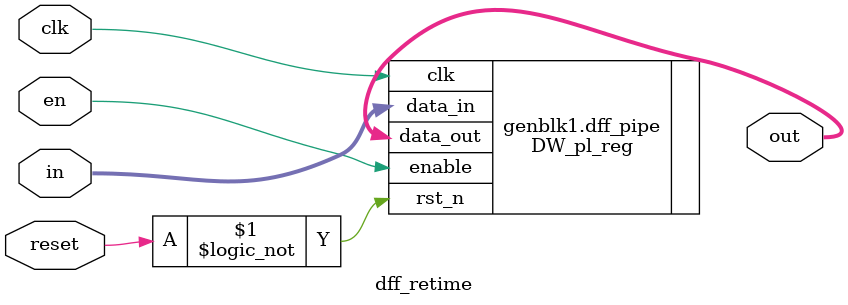
<source format=sv>
/*
 This is a Genesis wrapper of DW pipeline regs with en singal
 */

/* ***************************************************************************
 * Change bar:
 * -----------
 * Date           Author    Description
 * Sep 20, 2012   jingpu    init version
 *
 * ***************************************************************************/

module dff_retime
#(
    parameter WIDTH = 64, // Signal bit widths
    parameter PIPE_DEPTH = 1, // Pipeline depth
    parameter RETIME_STATUS = 0 // Pipeline Is Retimeable
)
(
    input logic [WIDTH - 1:0]  in,
    input logic clk,
    input logic reset,
    input logic en,
    output logic [WIDTH - 1:0] out
);

// Compiler pragmas for retiming

   /* synopsys dc_tcl_script_begin
       set_ungroup [current_design] true
       set_flatten true -effort high -phase true -design [current_design]
       set_dont_retime [current_design] false
       set_optimize_registers true -design [current_design]
    */


generate
if(PIPE_DEPTH > 0) begin

    DW_pl_reg
    #(
        .stages     (PIPE_DEPTH + 1 ),
        .in_reg     (0              ),
        .out_reg    (0              ),
        .width      (WIDTH          ),
        .rst_mode   (0              )
    )
    dff_pipe
    (
        .clk        (clk                ),
        .rst_n      (!reset             ),
        .data_in    (in                 ),
        .data_out   (out                ),
        .enable     ({PIPE_DEPTH{en}})
    );

end 
else begin
    assign out = in & (~{WIDTH{reset}});
end
endgenerate

endmodule

</source>
